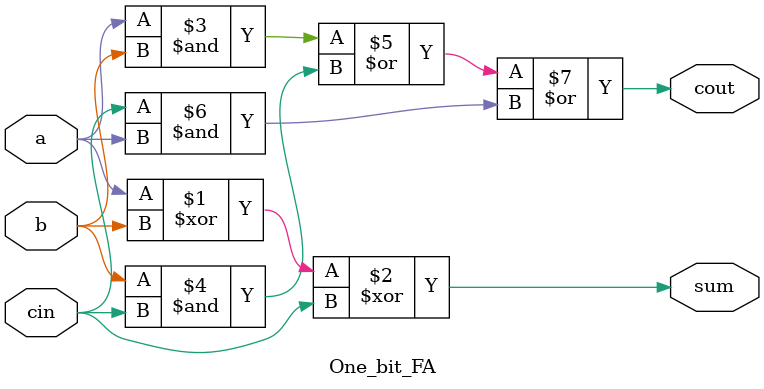
<source format=v>

module adder  #(parameter N = 32)
   (input [N-1:0] a, b,
    input cin,
    output [N-1:0] sum,
    output [N-1:0] cout
);

genvar i;

generate
for(i=0; i<N-1; i=i+1)
begin: Full_adder_block
  if(i==0)
      One_bit_FA fa0(a[i],b[i],cin,cout[0],sum[0]);
    
  else
      One_bit_FA fa(a[i],b[i],cout[i-1],cout[i],sum[i]);

end
endgenerate

One_bit_FA fa1(a[N-1],b[N-1],cout[N-2],cout[N-1],sum[N-1]);

endmodule

//1-Bit Full adder module
module One_bit_FA(
    input a,b,
    input cin,
    output cout,sum);
	
    assign sum  = a^b^cin;
    assign cout = (a&b)|(b&cin)|(cin&a);
endmodule

</source>
